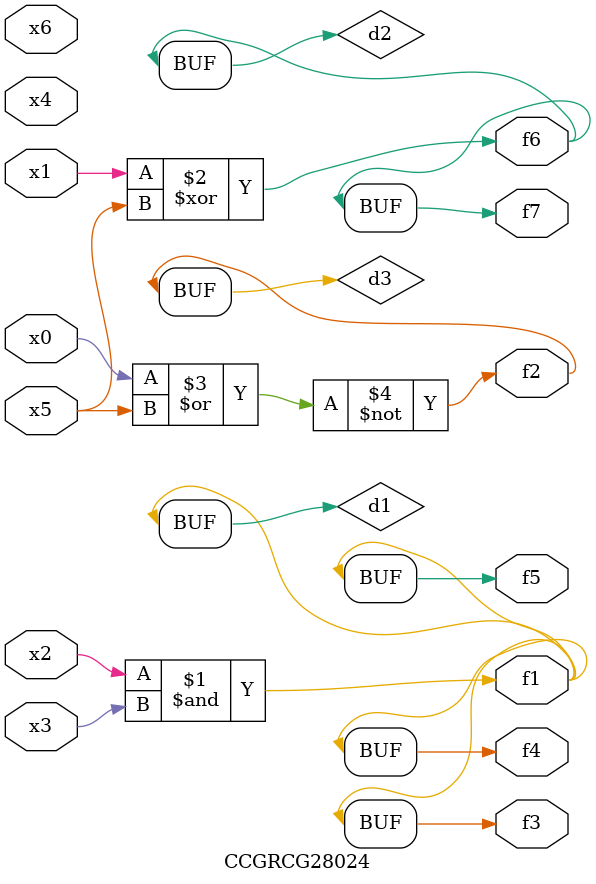
<source format=v>
module CCGRCG28024(
	input x0, x1, x2, x3, x4, x5, x6,
	output f1, f2, f3, f4, f5, f6, f7
);

	wire d1, d2, d3;

	and (d1, x2, x3);
	xor (d2, x1, x5);
	nor (d3, x0, x5);
	assign f1 = d1;
	assign f2 = d3;
	assign f3 = d1;
	assign f4 = d1;
	assign f5 = d1;
	assign f6 = d2;
	assign f7 = d2;
endmodule

</source>
